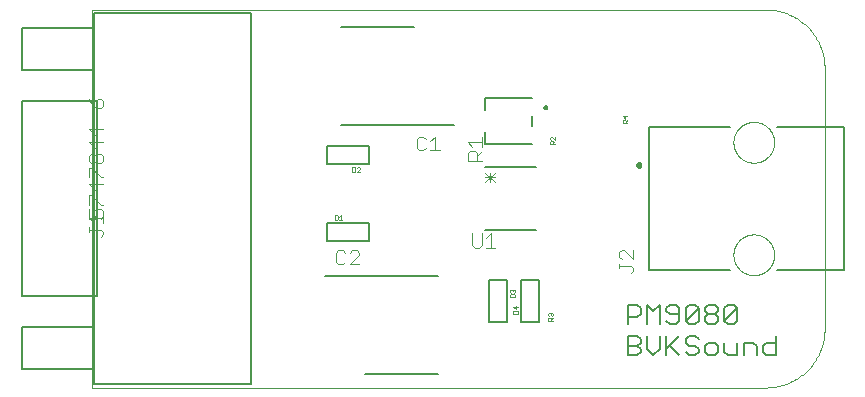
<source format=gto>
G75*
%MOIN*%
%OFA0B0*%
%FSLAX26Y26*%
%IPPOS*%
%LPD*%
%AMOC8*
5,1,8,0,0,1.08239X$1,22.5*
%
%ADD10C,0.000000*%
%ADD11C,0.006000*%
%ADD12C,0.003000*%
%ADD13C,0.005000*%
%ADD14C,0.001000*%
%ADD15C,0.004000*%
%ADD16C,0.007874*%
%ADD17C,0.011811*%
D10*
X00000000Y00000000D02*
X02244094Y00000000D01*
X02248851Y00000057D01*
X02253604Y00000230D01*
X02258353Y00000517D01*
X02263093Y00000919D01*
X02267822Y00001435D01*
X02272537Y00002066D01*
X02277235Y00002810D01*
X02281914Y00003667D01*
X02286571Y00004638D01*
X02291203Y00005720D01*
X02295808Y00006914D01*
X02300382Y00008219D01*
X02304924Y00009635D01*
X02309430Y00011159D01*
X02313898Y00012792D01*
X02318325Y00014533D01*
X02322709Y00016379D01*
X02327047Y00018332D01*
X02331336Y00020388D01*
X02335575Y00022548D01*
X02339760Y00024809D01*
X02343889Y00027171D01*
X02347960Y00029632D01*
X02351970Y00032191D01*
X02355918Y00034846D01*
X02359800Y00037595D01*
X02363614Y00040437D01*
X02367359Y00043371D01*
X02371031Y00046394D01*
X02374630Y00049506D01*
X02378152Y00052703D01*
X02381596Y00055984D01*
X02384960Y00059348D01*
X02388241Y00062792D01*
X02391438Y00066314D01*
X02394550Y00069913D01*
X02397573Y00073585D01*
X02400507Y00077330D01*
X02403349Y00081144D01*
X02406098Y00085026D01*
X02408753Y00088974D01*
X02411312Y00092984D01*
X02413773Y00097055D01*
X02416135Y00101184D01*
X02418396Y00105369D01*
X02420556Y00109608D01*
X02422612Y00113897D01*
X02424565Y00118235D01*
X02426411Y00122619D01*
X02428152Y00127046D01*
X02429785Y00131514D01*
X02431309Y00136020D01*
X02432725Y00140562D01*
X02434030Y00145136D01*
X02435224Y00149741D01*
X02436306Y00154373D01*
X02437277Y00159030D01*
X02438134Y00163709D01*
X02438878Y00168407D01*
X02439509Y00173122D01*
X02440025Y00177851D01*
X02440427Y00182591D01*
X02440714Y00187340D01*
X02440887Y00192093D01*
X02440944Y00196850D01*
X02440945Y00196850D02*
X02440945Y01062992D01*
X02440944Y01062992D02*
X02440887Y01067749D01*
X02440714Y01072502D01*
X02440427Y01077251D01*
X02440025Y01081991D01*
X02439509Y01086720D01*
X02438878Y01091435D01*
X02438134Y01096133D01*
X02437277Y01100812D01*
X02436306Y01105469D01*
X02435224Y01110101D01*
X02434030Y01114706D01*
X02432725Y01119280D01*
X02431309Y01123822D01*
X02429785Y01128328D01*
X02428152Y01132796D01*
X02426411Y01137223D01*
X02424565Y01141607D01*
X02422612Y01145945D01*
X02420556Y01150234D01*
X02418396Y01154473D01*
X02416135Y01158658D01*
X02413773Y01162787D01*
X02411312Y01166858D01*
X02408753Y01170868D01*
X02406098Y01174816D01*
X02403349Y01178698D01*
X02400507Y01182512D01*
X02397573Y01186257D01*
X02394550Y01189929D01*
X02391438Y01193528D01*
X02388241Y01197050D01*
X02384960Y01200494D01*
X02381596Y01203858D01*
X02378152Y01207139D01*
X02374630Y01210336D01*
X02371031Y01213448D01*
X02367359Y01216471D01*
X02363614Y01219405D01*
X02359800Y01222247D01*
X02355918Y01224996D01*
X02351970Y01227651D01*
X02347960Y01230210D01*
X02343889Y01232671D01*
X02339760Y01235033D01*
X02335575Y01237294D01*
X02331336Y01239454D01*
X02327047Y01241510D01*
X02322709Y01243463D01*
X02318325Y01245309D01*
X02313898Y01247050D01*
X02309430Y01248683D01*
X02304924Y01250207D01*
X02300382Y01251623D01*
X02295808Y01252928D01*
X02291203Y01254122D01*
X02286571Y01255204D01*
X02281914Y01256175D01*
X02277235Y01257032D01*
X02272537Y01257776D01*
X02267822Y01258407D01*
X02263093Y01258923D01*
X02258353Y01259325D01*
X02253604Y01259612D01*
X02248851Y01259785D01*
X02244094Y01259842D01*
X02244094Y01259843D02*
X00000000Y01259843D01*
X02136811Y00817421D02*
X02136831Y00819088D01*
X02136893Y00820753D01*
X02136995Y00822417D01*
X02137138Y00824078D01*
X02137322Y00825734D01*
X02137546Y00827386D01*
X02137811Y00829032D01*
X02138116Y00830670D01*
X02138461Y00832301D01*
X02138846Y00833923D01*
X02139271Y00835534D01*
X02139735Y00837135D01*
X02140239Y00838724D01*
X02140781Y00840300D01*
X02141362Y00841863D01*
X02141981Y00843410D01*
X02142637Y00844942D01*
X02143331Y00846458D01*
X02144062Y00847955D01*
X02144830Y00849435D01*
X02145634Y00850895D01*
X02146473Y00852335D01*
X02147347Y00853754D01*
X02148256Y00855151D01*
X02149199Y00856526D01*
X02150176Y00857877D01*
X02151185Y00859203D01*
X02152227Y00860505D01*
X02153300Y00861780D01*
X02154404Y00863029D01*
X02155538Y00864250D01*
X02156702Y00865443D01*
X02157895Y00866607D01*
X02159116Y00867741D01*
X02160365Y00868845D01*
X02161640Y00869918D01*
X02162942Y00870960D01*
X02164268Y00871969D01*
X02165619Y00872946D01*
X02166994Y00873889D01*
X02168391Y00874798D01*
X02169810Y00875672D01*
X02171250Y00876511D01*
X02172710Y00877315D01*
X02174190Y00878083D01*
X02175687Y00878814D01*
X02177203Y00879508D01*
X02178735Y00880164D01*
X02180282Y00880783D01*
X02181845Y00881364D01*
X02183421Y00881906D01*
X02185010Y00882410D01*
X02186611Y00882874D01*
X02188222Y00883299D01*
X02189844Y00883684D01*
X02191475Y00884029D01*
X02193113Y00884334D01*
X02194759Y00884599D01*
X02196411Y00884823D01*
X02198067Y00885007D01*
X02199728Y00885150D01*
X02201392Y00885252D01*
X02203057Y00885314D01*
X02204724Y00885334D01*
X02206391Y00885314D01*
X02208056Y00885252D01*
X02209720Y00885150D01*
X02211381Y00885007D01*
X02213037Y00884823D01*
X02214689Y00884599D01*
X02216335Y00884334D01*
X02217973Y00884029D01*
X02219604Y00883684D01*
X02221226Y00883299D01*
X02222837Y00882874D01*
X02224438Y00882410D01*
X02226027Y00881906D01*
X02227603Y00881364D01*
X02229166Y00880783D01*
X02230713Y00880164D01*
X02232245Y00879508D01*
X02233761Y00878814D01*
X02235258Y00878083D01*
X02236738Y00877315D01*
X02238198Y00876511D01*
X02239638Y00875672D01*
X02241057Y00874798D01*
X02242454Y00873889D01*
X02243829Y00872946D01*
X02245180Y00871969D01*
X02246506Y00870960D01*
X02247808Y00869918D01*
X02249083Y00868845D01*
X02250332Y00867741D01*
X02251553Y00866607D01*
X02252746Y00865443D01*
X02253910Y00864250D01*
X02255044Y00863029D01*
X02256148Y00861780D01*
X02257221Y00860505D01*
X02258263Y00859203D01*
X02259272Y00857877D01*
X02260249Y00856526D01*
X02261192Y00855151D01*
X02262101Y00853754D01*
X02262975Y00852335D01*
X02263814Y00850895D01*
X02264618Y00849435D01*
X02265386Y00847955D01*
X02266117Y00846458D01*
X02266811Y00844942D01*
X02267467Y00843410D01*
X02268086Y00841863D01*
X02268667Y00840300D01*
X02269209Y00838724D01*
X02269713Y00837135D01*
X02270177Y00835534D01*
X02270602Y00833923D01*
X02270987Y00832301D01*
X02271332Y00830670D01*
X02271637Y00829032D01*
X02271902Y00827386D01*
X02272126Y00825734D01*
X02272310Y00824078D01*
X02272453Y00822417D01*
X02272555Y00820753D01*
X02272617Y00819088D01*
X02272637Y00817421D01*
X02272617Y00815754D01*
X02272555Y00814089D01*
X02272453Y00812425D01*
X02272310Y00810764D01*
X02272126Y00809108D01*
X02271902Y00807456D01*
X02271637Y00805810D01*
X02271332Y00804172D01*
X02270987Y00802541D01*
X02270602Y00800919D01*
X02270177Y00799308D01*
X02269713Y00797707D01*
X02269209Y00796118D01*
X02268667Y00794542D01*
X02268086Y00792979D01*
X02267467Y00791432D01*
X02266811Y00789900D01*
X02266117Y00788384D01*
X02265386Y00786887D01*
X02264618Y00785407D01*
X02263814Y00783947D01*
X02262975Y00782507D01*
X02262101Y00781088D01*
X02261192Y00779691D01*
X02260249Y00778316D01*
X02259272Y00776965D01*
X02258263Y00775639D01*
X02257221Y00774337D01*
X02256148Y00773062D01*
X02255044Y00771813D01*
X02253910Y00770592D01*
X02252746Y00769399D01*
X02251553Y00768235D01*
X02250332Y00767101D01*
X02249083Y00765997D01*
X02247808Y00764924D01*
X02246506Y00763882D01*
X02245180Y00762873D01*
X02243829Y00761896D01*
X02242454Y00760953D01*
X02241057Y00760044D01*
X02239638Y00759170D01*
X02238198Y00758331D01*
X02236738Y00757527D01*
X02235258Y00756759D01*
X02233761Y00756028D01*
X02232245Y00755334D01*
X02230713Y00754678D01*
X02229166Y00754059D01*
X02227603Y00753478D01*
X02226027Y00752936D01*
X02224438Y00752432D01*
X02222837Y00751968D01*
X02221226Y00751543D01*
X02219604Y00751158D01*
X02217973Y00750813D01*
X02216335Y00750508D01*
X02214689Y00750243D01*
X02213037Y00750019D01*
X02211381Y00749835D01*
X02209720Y00749692D01*
X02208056Y00749590D01*
X02206391Y00749528D01*
X02204724Y00749508D01*
X02203057Y00749528D01*
X02201392Y00749590D01*
X02199728Y00749692D01*
X02198067Y00749835D01*
X02196411Y00750019D01*
X02194759Y00750243D01*
X02193113Y00750508D01*
X02191475Y00750813D01*
X02189844Y00751158D01*
X02188222Y00751543D01*
X02186611Y00751968D01*
X02185010Y00752432D01*
X02183421Y00752936D01*
X02181845Y00753478D01*
X02180282Y00754059D01*
X02178735Y00754678D01*
X02177203Y00755334D01*
X02175687Y00756028D01*
X02174190Y00756759D01*
X02172710Y00757527D01*
X02171250Y00758331D01*
X02169810Y00759170D01*
X02168391Y00760044D01*
X02166994Y00760953D01*
X02165619Y00761896D01*
X02164268Y00762873D01*
X02162942Y00763882D01*
X02161640Y00764924D01*
X02160365Y00765997D01*
X02159116Y00767101D01*
X02157895Y00768235D01*
X02156702Y00769399D01*
X02155538Y00770592D01*
X02154404Y00771813D01*
X02153300Y00773062D01*
X02152227Y00774337D01*
X02151185Y00775639D01*
X02150176Y00776965D01*
X02149199Y00778316D01*
X02148256Y00779691D01*
X02147347Y00781088D01*
X02146473Y00782507D01*
X02145634Y00783947D01*
X02144830Y00785407D01*
X02144062Y00786887D01*
X02143331Y00788384D01*
X02142637Y00789900D01*
X02141981Y00791432D01*
X02141362Y00792979D01*
X02140781Y00794542D01*
X02140239Y00796118D01*
X02139735Y00797707D01*
X02139271Y00799308D01*
X02138846Y00800919D01*
X02138461Y00802541D01*
X02138116Y00804172D01*
X02137811Y00805810D01*
X02137546Y00807456D01*
X02137322Y00809108D01*
X02137138Y00810764D01*
X02136995Y00812425D01*
X02136893Y00814089D01*
X02136831Y00815754D01*
X02136811Y00817421D01*
X02136831Y00819088D01*
X02136893Y00820753D01*
X02136995Y00822417D01*
X02137138Y00824078D01*
X02137322Y00825734D01*
X02137546Y00827386D01*
X02137811Y00829032D01*
X02138116Y00830670D01*
X02138461Y00832301D01*
X02138846Y00833923D01*
X02139271Y00835534D01*
X02139735Y00837135D01*
X02140239Y00838724D01*
X02140781Y00840300D01*
X02141362Y00841863D01*
X02141981Y00843410D01*
X02142637Y00844942D01*
X02143331Y00846458D01*
X02144062Y00847955D01*
X02144830Y00849435D01*
X02145634Y00850895D01*
X02146473Y00852335D01*
X02147347Y00853754D01*
X02148256Y00855151D01*
X02149199Y00856526D01*
X02150176Y00857877D01*
X02151185Y00859203D01*
X02152227Y00860505D01*
X02153300Y00861780D01*
X02154404Y00863029D01*
X02155538Y00864250D01*
X02156702Y00865443D01*
X02157895Y00866607D01*
X02159116Y00867741D01*
X02160365Y00868845D01*
X02161640Y00869918D01*
X02162942Y00870960D01*
X02164268Y00871969D01*
X02165619Y00872946D01*
X02166994Y00873889D01*
X02168391Y00874798D01*
X02169810Y00875672D01*
X02171250Y00876511D01*
X02172710Y00877315D01*
X02174190Y00878083D01*
X02175687Y00878814D01*
X02177203Y00879508D01*
X02178735Y00880164D01*
X02180282Y00880783D01*
X02181845Y00881364D01*
X02183421Y00881906D01*
X02185010Y00882410D01*
X02186611Y00882874D01*
X02188222Y00883299D01*
X02189844Y00883684D01*
X02191475Y00884029D01*
X02193113Y00884334D01*
X02194759Y00884599D01*
X02196411Y00884823D01*
X02198067Y00885007D01*
X02199728Y00885150D01*
X02201392Y00885252D01*
X02203057Y00885314D01*
X02204724Y00885334D01*
X02206391Y00885314D01*
X02208056Y00885252D01*
X02209720Y00885150D01*
X02211381Y00885007D01*
X02213037Y00884823D01*
X02214689Y00884599D01*
X02216335Y00884334D01*
X02217973Y00884029D01*
X02219604Y00883684D01*
X02221226Y00883299D01*
X02222837Y00882874D01*
X02224438Y00882410D01*
X02226027Y00881906D01*
X02227603Y00881364D01*
X02229166Y00880783D01*
X02230713Y00880164D01*
X02232245Y00879508D01*
X02233761Y00878814D01*
X02235258Y00878083D01*
X02236738Y00877315D01*
X02238198Y00876511D01*
X02239638Y00875672D01*
X02241057Y00874798D01*
X02242454Y00873889D01*
X02243829Y00872946D01*
X02245180Y00871969D01*
X02246506Y00870960D01*
X02247808Y00869918D01*
X02249083Y00868845D01*
X02250332Y00867741D01*
X02251553Y00866607D01*
X02252746Y00865443D01*
X02253910Y00864250D01*
X02255044Y00863029D01*
X02256148Y00861780D01*
X02257221Y00860505D01*
X02258263Y00859203D01*
X02259272Y00857877D01*
X02260249Y00856526D01*
X02261192Y00855151D01*
X02262101Y00853754D01*
X02262975Y00852335D01*
X02263814Y00850895D01*
X02264618Y00849435D01*
X02265386Y00847955D01*
X02266117Y00846458D01*
X02266811Y00844942D01*
X02267467Y00843410D01*
X02268086Y00841863D01*
X02268667Y00840300D01*
X02269209Y00838724D01*
X02269713Y00837135D01*
X02270177Y00835534D01*
X02270602Y00833923D01*
X02270987Y00832301D01*
X02271332Y00830670D01*
X02271637Y00829032D01*
X02271902Y00827386D01*
X02272126Y00825734D01*
X02272310Y00824078D01*
X02272453Y00822417D01*
X02272555Y00820753D01*
X02272617Y00819088D01*
X02272637Y00817421D01*
X02272617Y00815754D01*
X02272555Y00814089D01*
X02272453Y00812425D01*
X02272310Y00810764D01*
X02272126Y00809108D01*
X02271902Y00807456D01*
X02271637Y00805810D01*
X02271332Y00804172D01*
X02270987Y00802541D01*
X02270602Y00800919D01*
X02270177Y00799308D01*
X02269713Y00797707D01*
X02269209Y00796118D01*
X02268667Y00794542D01*
X02268086Y00792979D01*
X02267467Y00791432D01*
X02266811Y00789900D01*
X02266117Y00788384D01*
X02265386Y00786887D01*
X02264618Y00785407D01*
X02263814Y00783947D01*
X02262975Y00782507D01*
X02262101Y00781088D01*
X02261192Y00779691D01*
X02260249Y00778316D01*
X02259272Y00776965D01*
X02258263Y00775639D01*
X02257221Y00774337D01*
X02256148Y00773062D01*
X02255044Y00771813D01*
X02253910Y00770592D01*
X02252746Y00769399D01*
X02251553Y00768235D01*
X02250332Y00767101D01*
X02249083Y00765997D01*
X02247808Y00764924D01*
X02246506Y00763882D01*
X02245180Y00762873D01*
X02243829Y00761896D01*
X02242454Y00760953D01*
X02241057Y00760044D01*
X02239638Y00759170D01*
X02238198Y00758331D01*
X02236738Y00757527D01*
X02235258Y00756759D01*
X02233761Y00756028D01*
X02232245Y00755334D01*
X02230713Y00754678D01*
X02229166Y00754059D01*
X02227603Y00753478D01*
X02226027Y00752936D01*
X02224438Y00752432D01*
X02222837Y00751968D01*
X02221226Y00751543D01*
X02219604Y00751158D01*
X02217973Y00750813D01*
X02216335Y00750508D01*
X02214689Y00750243D01*
X02213037Y00750019D01*
X02211381Y00749835D01*
X02209720Y00749692D01*
X02208056Y00749590D01*
X02206391Y00749528D01*
X02204724Y00749508D01*
X02203057Y00749528D01*
X02201392Y00749590D01*
X02199728Y00749692D01*
X02198067Y00749835D01*
X02196411Y00750019D01*
X02194759Y00750243D01*
X02193113Y00750508D01*
X02191475Y00750813D01*
X02189844Y00751158D01*
X02188222Y00751543D01*
X02186611Y00751968D01*
X02185010Y00752432D01*
X02183421Y00752936D01*
X02181845Y00753478D01*
X02180282Y00754059D01*
X02178735Y00754678D01*
X02177203Y00755334D01*
X02175687Y00756028D01*
X02174190Y00756759D01*
X02172710Y00757527D01*
X02171250Y00758331D01*
X02169810Y00759170D01*
X02168391Y00760044D01*
X02166994Y00760953D01*
X02165619Y00761896D01*
X02164268Y00762873D01*
X02162942Y00763882D01*
X02161640Y00764924D01*
X02160365Y00765997D01*
X02159116Y00767101D01*
X02157895Y00768235D01*
X02156702Y00769399D01*
X02155538Y00770592D01*
X02154404Y00771813D01*
X02153300Y00773062D01*
X02152227Y00774337D01*
X02151185Y00775639D01*
X02150176Y00776965D01*
X02149199Y00778316D01*
X02148256Y00779691D01*
X02147347Y00781088D01*
X02146473Y00782507D01*
X02145634Y00783947D01*
X02144830Y00785407D01*
X02144062Y00786887D01*
X02143331Y00788384D01*
X02142637Y00789900D01*
X02141981Y00791432D01*
X02141362Y00792979D01*
X02140781Y00794542D01*
X02140239Y00796118D01*
X02139735Y00797707D01*
X02139271Y00799308D01*
X02138846Y00800919D01*
X02138461Y00802541D01*
X02138116Y00804172D01*
X02137811Y00805810D01*
X02137546Y00807456D01*
X02137322Y00809108D01*
X02137138Y00810764D01*
X02136995Y00812425D01*
X02136893Y00814089D01*
X02136831Y00815754D01*
X02136811Y00817421D01*
X00000001Y01259842D02*
X00000001Y00000000D01*
X02136811Y00442421D02*
X02136831Y00444088D01*
X02136893Y00445753D01*
X02136995Y00447417D01*
X02137138Y00449078D01*
X02137322Y00450734D01*
X02137546Y00452386D01*
X02137811Y00454032D01*
X02138116Y00455670D01*
X02138461Y00457301D01*
X02138846Y00458923D01*
X02139271Y00460534D01*
X02139735Y00462135D01*
X02140239Y00463724D01*
X02140781Y00465300D01*
X02141362Y00466863D01*
X02141981Y00468410D01*
X02142637Y00469942D01*
X02143331Y00471458D01*
X02144062Y00472955D01*
X02144830Y00474435D01*
X02145634Y00475895D01*
X02146473Y00477335D01*
X02147347Y00478754D01*
X02148256Y00480151D01*
X02149199Y00481526D01*
X02150176Y00482877D01*
X02151185Y00484203D01*
X02152227Y00485505D01*
X02153300Y00486780D01*
X02154404Y00488029D01*
X02155538Y00489250D01*
X02156702Y00490443D01*
X02157895Y00491607D01*
X02159116Y00492741D01*
X02160365Y00493845D01*
X02161640Y00494918D01*
X02162942Y00495960D01*
X02164268Y00496969D01*
X02165619Y00497946D01*
X02166994Y00498889D01*
X02168391Y00499798D01*
X02169810Y00500672D01*
X02171250Y00501511D01*
X02172710Y00502315D01*
X02174190Y00503083D01*
X02175687Y00503814D01*
X02177203Y00504508D01*
X02178735Y00505164D01*
X02180282Y00505783D01*
X02181845Y00506364D01*
X02183421Y00506906D01*
X02185010Y00507410D01*
X02186611Y00507874D01*
X02188222Y00508299D01*
X02189844Y00508684D01*
X02191475Y00509029D01*
X02193113Y00509334D01*
X02194759Y00509599D01*
X02196411Y00509823D01*
X02198067Y00510007D01*
X02199728Y00510150D01*
X02201392Y00510252D01*
X02203057Y00510314D01*
X02204724Y00510334D01*
X02206391Y00510314D01*
X02208056Y00510252D01*
X02209720Y00510150D01*
X02211381Y00510007D01*
X02213037Y00509823D01*
X02214689Y00509599D01*
X02216335Y00509334D01*
X02217973Y00509029D01*
X02219604Y00508684D01*
X02221226Y00508299D01*
X02222837Y00507874D01*
X02224438Y00507410D01*
X02226027Y00506906D01*
X02227603Y00506364D01*
X02229166Y00505783D01*
X02230713Y00505164D01*
X02232245Y00504508D01*
X02233761Y00503814D01*
X02235258Y00503083D01*
X02236738Y00502315D01*
X02238198Y00501511D01*
X02239638Y00500672D01*
X02241057Y00499798D01*
X02242454Y00498889D01*
X02243829Y00497946D01*
X02245180Y00496969D01*
X02246506Y00495960D01*
X02247808Y00494918D01*
X02249083Y00493845D01*
X02250332Y00492741D01*
X02251553Y00491607D01*
X02252746Y00490443D01*
X02253910Y00489250D01*
X02255044Y00488029D01*
X02256148Y00486780D01*
X02257221Y00485505D01*
X02258263Y00484203D01*
X02259272Y00482877D01*
X02260249Y00481526D01*
X02261192Y00480151D01*
X02262101Y00478754D01*
X02262975Y00477335D01*
X02263814Y00475895D01*
X02264618Y00474435D01*
X02265386Y00472955D01*
X02266117Y00471458D01*
X02266811Y00469942D01*
X02267467Y00468410D01*
X02268086Y00466863D01*
X02268667Y00465300D01*
X02269209Y00463724D01*
X02269713Y00462135D01*
X02270177Y00460534D01*
X02270602Y00458923D01*
X02270987Y00457301D01*
X02271332Y00455670D01*
X02271637Y00454032D01*
X02271902Y00452386D01*
X02272126Y00450734D01*
X02272310Y00449078D01*
X02272453Y00447417D01*
X02272555Y00445753D01*
X02272617Y00444088D01*
X02272637Y00442421D01*
X02272617Y00440754D01*
X02272555Y00439089D01*
X02272453Y00437425D01*
X02272310Y00435764D01*
X02272126Y00434108D01*
X02271902Y00432456D01*
X02271637Y00430810D01*
X02271332Y00429172D01*
X02270987Y00427541D01*
X02270602Y00425919D01*
X02270177Y00424308D01*
X02269713Y00422707D01*
X02269209Y00421118D01*
X02268667Y00419542D01*
X02268086Y00417979D01*
X02267467Y00416432D01*
X02266811Y00414900D01*
X02266117Y00413384D01*
X02265386Y00411887D01*
X02264618Y00410407D01*
X02263814Y00408947D01*
X02262975Y00407507D01*
X02262101Y00406088D01*
X02261192Y00404691D01*
X02260249Y00403316D01*
X02259272Y00401965D01*
X02258263Y00400639D01*
X02257221Y00399337D01*
X02256148Y00398062D01*
X02255044Y00396813D01*
X02253910Y00395592D01*
X02252746Y00394399D01*
X02251553Y00393235D01*
X02250332Y00392101D01*
X02249083Y00390997D01*
X02247808Y00389924D01*
X02246506Y00388882D01*
X02245180Y00387873D01*
X02243829Y00386896D01*
X02242454Y00385953D01*
X02241057Y00385044D01*
X02239638Y00384170D01*
X02238198Y00383331D01*
X02236738Y00382527D01*
X02235258Y00381759D01*
X02233761Y00381028D01*
X02232245Y00380334D01*
X02230713Y00379678D01*
X02229166Y00379059D01*
X02227603Y00378478D01*
X02226027Y00377936D01*
X02224438Y00377432D01*
X02222837Y00376968D01*
X02221226Y00376543D01*
X02219604Y00376158D01*
X02217973Y00375813D01*
X02216335Y00375508D01*
X02214689Y00375243D01*
X02213037Y00375019D01*
X02211381Y00374835D01*
X02209720Y00374692D01*
X02208056Y00374590D01*
X02206391Y00374528D01*
X02204724Y00374508D01*
X02203057Y00374528D01*
X02201392Y00374590D01*
X02199728Y00374692D01*
X02198067Y00374835D01*
X02196411Y00375019D01*
X02194759Y00375243D01*
X02193113Y00375508D01*
X02191475Y00375813D01*
X02189844Y00376158D01*
X02188222Y00376543D01*
X02186611Y00376968D01*
X02185010Y00377432D01*
X02183421Y00377936D01*
X02181845Y00378478D01*
X02180282Y00379059D01*
X02178735Y00379678D01*
X02177203Y00380334D01*
X02175687Y00381028D01*
X02174190Y00381759D01*
X02172710Y00382527D01*
X02171250Y00383331D01*
X02169810Y00384170D01*
X02168391Y00385044D01*
X02166994Y00385953D01*
X02165619Y00386896D01*
X02164268Y00387873D01*
X02162942Y00388882D01*
X02161640Y00389924D01*
X02160365Y00390997D01*
X02159116Y00392101D01*
X02157895Y00393235D01*
X02156702Y00394399D01*
X02155538Y00395592D01*
X02154404Y00396813D01*
X02153300Y00398062D01*
X02152227Y00399337D01*
X02151185Y00400639D01*
X02150176Y00401965D01*
X02149199Y00403316D01*
X02148256Y00404691D01*
X02147347Y00406088D01*
X02146473Y00407507D01*
X02145634Y00408947D01*
X02144830Y00410407D01*
X02144062Y00411887D01*
X02143331Y00413384D01*
X02142637Y00414900D01*
X02141981Y00416432D01*
X02141362Y00417979D01*
X02140781Y00419542D01*
X02140239Y00421118D01*
X02139735Y00422707D01*
X02139271Y00424308D01*
X02138846Y00425919D01*
X02138461Y00427541D01*
X02138116Y00429172D01*
X02137811Y00430810D01*
X02137546Y00432456D01*
X02137322Y00434108D01*
X02137138Y00435764D01*
X02136995Y00437425D01*
X02136893Y00439089D01*
X02136831Y00440754D01*
X02136811Y00442421D01*
X02136831Y00444088D01*
X02136893Y00445753D01*
X02136995Y00447417D01*
X02137138Y00449078D01*
X02137322Y00450734D01*
X02137546Y00452386D01*
X02137811Y00454032D01*
X02138116Y00455670D01*
X02138461Y00457301D01*
X02138846Y00458923D01*
X02139271Y00460534D01*
X02139735Y00462135D01*
X02140239Y00463724D01*
X02140781Y00465300D01*
X02141362Y00466863D01*
X02141981Y00468410D01*
X02142637Y00469942D01*
X02143331Y00471458D01*
X02144062Y00472955D01*
X02144830Y00474435D01*
X02145634Y00475895D01*
X02146473Y00477335D01*
X02147347Y00478754D01*
X02148256Y00480151D01*
X02149199Y00481526D01*
X02150176Y00482877D01*
X02151185Y00484203D01*
X02152227Y00485505D01*
X02153300Y00486780D01*
X02154404Y00488029D01*
X02155538Y00489250D01*
X02156702Y00490443D01*
X02157895Y00491607D01*
X02159116Y00492741D01*
X02160365Y00493845D01*
X02161640Y00494918D01*
X02162942Y00495960D01*
X02164268Y00496969D01*
X02165619Y00497946D01*
X02166994Y00498889D01*
X02168391Y00499798D01*
X02169810Y00500672D01*
X02171250Y00501511D01*
X02172710Y00502315D01*
X02174190Y00503083D01*
X02175687Y00503814D01*
X02177203Y00504508D01*
X02178735Y00505164D01*
X02180282Y00505783D01*
X02181845Y00506364D01*
X02183421Y00506906D01*
X02185010Y00507410D01*
X02186611Y00507874D01*
X02188222Y00508299D01*
X02189844Y00508684D01*
X02191475Y00509029D01*
X02193113Y00509334D01*
X02194759Y00509599D01*
X02196411Y00509823D01*
X02198067Y00510007D01*
X02199728Y00510150D01*
X02201392Y00510252D01*
X02203057Y00510314D01*
X02204724Y00510334D01*
X02206391Y00510314D01*
X02208056Y00510252D01*
X02209720Y00510150D01*
X02211381Y00510007D01*
X02213037Y00509823D01*
X02214689Y00509599D01*
X02216335Y00509334D01*
X02217973Y00509029D01*
X02219604Y00508684D01*
X02221226Y00508299D01*
X02222837Y00507874D01*
X02224438Y00507410D01*
X02226027Y00506906D01*
X02227603Y00506364D01*
X02229166Y00505783D01*
X02230713Y00505164D01*
X02232245Y00504508D01*
X02233761Y00503814D01*
X02235258Y00503083D01*
X02236738Y00502315D01*
X02238198Y00501511D01*
X02239638Y00500672D01*
X02241057Y00499798D01*
X02242454Y00498889D01*
X02243829Y00497946D01*
X02245180Y00496969D01*
X02246506Y00495960D01*
X02247808Y00494918D01*
X02249083Y00493845D01*
X02250332Y00492741D01*
X02251553Y00491607D01*
X02252746Y00490443D01*
X02253910Y00489250D01*
X02255044Y00488029D01*
X02256148Y00486780D01*
X02257221Y00485505D01*
X02258263Y00484203D01*
X02259272Y00482877D01*
X02260249Y00481526D01*
X02261192Y00480151D01*
X02262101Y00478754D01*
X02262975Y00477335D01*
X02263814Y00475895D01*
X02264618Y00474435D01*
X02265386Y00472955D01*
X02266117Y00471458D01*
X02266811Y00469942D01*
X02267467Y00468410D01*
X02268086Y00466863D01*
X02268667Y00465300D01*
X02269209Y00463724D01*
X02269713Y00462135D01*
X02270177Y00460534D01*
X02270602Y00458923D01*
X02270987Y00457301D01*
X02271332Y00455670D01*
X02271637Y00454032D01*
X02271902Y00452386D01*
X02272126Y00450734D01*
X02272310Y00449078D01*
X02272453Y00447417D01*
X02272555Y00445753D01*
X02272617Y00444088D01*
X02272637Y00442421D01*
X02272617Y00440754D01*
X02272555Y00439089D01*
X02272453Y00437425D01*
X02272310Y00435764D01*
X02272126Y00434108D01*
X02271902Y00432456D01*
X02271637Y00430810D01*
X02271332Y00429172D01*
X02270987Y00427541D01*
X02270602Y00425919D01*
X02270177Y00424308D01*
X02269713Y00422707D01*
X02269209Y00421118D01*
X02268667Y00419542D01*
X02268086Y00417979D01*
X02267467Y00416432D01*
X02266811Y00414900D01*
X02266117Y00413384D01*
X02265386Y00411887D01*
X02264618Y00410407D01*
X02263814Y00408947D01*
X02262975Y00407507D01*
X02262101Y00406088D01*
X02261192Y00404691D01*
X02260249Y00403316D01*
X02259272Y00401965D01*
X02258263Y00400639D01*
X02257221Y00399337D01*
X02256148Y00398062D01*
X02255044Y00396813D01*
X02253910Y00395592D01*
X02252746Y00394399D01*
X02251553Y00393235D01*
X02250332Y00392101D01*
X02249083Y00390997D01*
X02247808Y00389924D01*
X02246506Y00388882D01*
X02245180Y00387873D01*
X02243829Y00386896D01*
X02242454Y00385953D01*
X02241057Y00385044D01*
X02239638Y00384170D01*
X02238198Y00383331D01*
X02236738Y00382527D01*
X02235258Y00381759D01*
X02233761Y00381028D01*
X02232245Y00380334D01*
X02230713Y00379678D01*
X02229166Y00379059D01*
X02227603Y00378478D01*
X02226027Y00377936D01*
X02224438Y00377432D01*
X02222837Y00376968D01*
X02221226Y00376543D01*
X02219604Y00376158D01*
X02217973Y00375813D01*
X02216335Y00375508D01*
X02214689Y00375243D01*
X02213037Y00375019D01*
X02211381Y00374835D01*
X02209720Y00374692D01*
X02208056Y00374590D01*
X02206391Y00374528D01*
X02204724Y00374508D01*
X02203057Y00374528D01*
X02201392Y00374590D01*
X02199728Y00374692D01*
X02198067Y00374835D01*
X02196411Y00375019D01*
X02194759Y00375243D01*
X02193113Y00375508D01*
X02191475Y00375813D01*
X02189844Y00376158D01*
X02188222Y00376543D01*
X02186611Y00376968D01*
X02185010Y00377432D01*
X02183421Y00377936D01*
X02181845Y00378478D01*
X02180282Y00379059D01*
X02178735Y00379678D01*
X02177203Y00380334D01*
X02175687Y00381028D01*
X02174190Y00381759D01*
X02172710Y00382527D01*
X02171250Y00383331D01*
X02169810Y00384170D01*
X02168391Y00385044D01*
X02166994Y00385953D01*
X02165619Y00386896D01*
X02164268Y00387873D01*
X02162942Y00388882D01*
X02161640Y00389924D01*
X02160365Y00390997D01*
X02159116Y00392101D01*
X02157895Y00393235D01*
X02156702Y00394399D01*
X02155538Y00395592D01*
X02154404Y00396813D01*
X02153300Y00398062D01*
X02152227Y00399337D01*
X02151185Y00400639D01*
X02150176Y00401965D01*
X02149199Y00403316D01*
X02148256Y00404691D01*
X02147347Y00406088D01*
X02146473Y00407507D01*
X02145634Y00408947D01*
X02144830Y00410407D01*
X02144062Y00411887D01*
X02143331Y00413384D01*
X02142637Y00414900D01*
X02141981Y00416432D01*
X02141362Y00417979D01*
X02140781Y00419542D01*
X02140239Y00421118D01*
X02139735Y00422707D01*
X02139271Y00424308D01*
X02138846Y00425919D01*
X02138461Y00427541D01*
X02138116Y00429172D01*
X02137811Y00430810D01*
X02137546Y00432456D01*
X02137322Y00434108D01*
X02137138Y00435764D01*
X02136995Y00437425D01*
X02136893Y00439089D01*
X02136831Y00440754D01*
X02136811Y00442421D01*
D11*
X02138798Y00276385D02*
X02149474Y00265710D01*
X02106771Y00223006D01*
X02117447Y00212331D01*
X02138798Y00212331D01*
X02149474Y00223006D01*
X02149474Y00265710D01*
X02138798Y00276385D02*
X02117447Y00276385D01*
X02106771Y00265710D01*
X02106771Y00223006D01*
X02085019Y00223006D02*
X02074343Y00212331D01*
X02052992Y00212331D01*
X02042316Y00223006D01*
X02042316Y00233682D01*
X02052992Y00244358D01*
X02074343Y00244358D01*
X02085019Y00233682D01*
X02085019Y00223006D01*
X02074343Y00244358D02*
X02085019Y00255034D01*
X02085019Y00265710D01*
X02074343Y00276385D01*
X02052992Y00276385D01*
X02042316Y00265710D01*
X02042316Y00255034D01*
X02052992Y00244358D01*
X02020564Y00265710D02*
X01977861Y00223006D01*
X01988537Y00212331D01*
X02009888Y00212331D01*
X02020564Y00223006D01*
X02020564Y00265710D01*
X02009888Y00276385D01*
X01988537Y00276385D01*
X01977861Y00265710D01*
X01977861Y00223006D01*
X01956109Y00223006D02*
X01945433Y00212331D01*
X01924082Y00212331D01*
X01913406Y00223006D01*
X01891654Y00212331D02*
X01891654Y00276385D01*
X01870303Y00255034D01*
X01848951Y00276385D01*
X01848951Y00212331D01*
X01827199Y00244358D02*
X01816523Y00233682D01*
X01784496Y00233682D01*
X01827199Y00244358D02*
X01827199Y00265710D01*
X01816523Y00276385D01*
X01784496Y00276385D01*
X01784496Y00212331D01*
X01784496Y00171385D02*
X01816523Y00171385D01*
X01827199Y00160710D01*
X01827199Y00150034D01*
X01816523Y00139358D01*
X01784496Y00139358D01*
X01816523Y00139358D02*
X01827199Y00128682D01*
X01827199Y00118006D01*
X01816523Y00107331D01*
X01784496Y00107331D01*
X01784496Y00171385D01*
X01848951Y00171385D02*
X01848951Y00128682D01*
X01870303Y00107331D01*
X01891654Y00128682D01*
X01891654Y00171385D01*
X01913406Y00171385D02*
X01913406Y00107331D01*
X01913406Y00128682D02*
X01956109Y00171385D01*
X01977861Y00160710D02*
X01977861Y00150034D01*
X01988537Y00139358D01*
X02009888Y00139358D01*
X02020564Y00128682D01*
X02020564Y00118006D01*
X02009888Y00107331D01*
X01988537Y00107331D01*
X01977861Y00118006D01*
X01956109Y00107331D02*
X01924082Y00139358D01*
X01977861Y00160710D02*
X01988537Y00171385D01*
X02009888Y00171385D01*
X02020564Y00160710D01*
X02042316Y00139358D02*
X02052992Y00150034D01*
X02074343Y00150034D01*
X02085019Y00139358D01*
X02085019Y00118006D01*
X02074343Y00107331D01*
X02052992Y00107331D01*
X02042316Y00118006D01*
X02042316Y00139358D01*
X02106771Y00150034D02*
X02106771Y00118006D01*
X02117447Y00107331D01*
X02149474Y00107331D01*
X02149474Y00150034D01*
X02171226Y00150034D02*
X02203253Y00150034D01*
X02213929Y00139358D01*
X02213929Y00107331D01*
X02235681Y00118006D02*
X02235681Y00139358D01*
X02246357Y00150034D01*
X02278384Y00150034D01*
X02278384Y00171385D02*
X02278384Y00107331D01*
X02246357Y00107331D01*
X02235681Y00118006D01*
X02171226Y00107331D02*
X02171226Y00150034D01*
X01956109Y00223006D02*
X01956109Y00265710D01*
X01945433Y00276385D01*
X01924082Y00276385D01*
X01913406Y00265710D01*
X01913406Y00255034D01*
X01924082Y00244358D01*
X01956109Y00244358D01*
X01477701Y00525921D02*
X01309701Y00525921D01*
X01309701Y00733921D02*
X01477701Y00733921D01*
X01466189Y00812189D02*
X01310189Y00812189D01*
X01310189Y00851189D01*
X01466189Y00871189D02*
X01466189Y00905189D01*
X01511189Y00928189D02*
X01511049Y00928191D01*
X01510909Y00928197D01*
X01510769Y00928207D01*
X01510629Y00928220D01*
X01510490Y00928238D01*
X01510351Y00928260D01*
X01510214Y00928285D01*
X01510076Y00928314D01*
X01509940Y00928347D01*
X01509805Y00928384D01*
X01509671Y00928425D01*
X01509538Y00928470D01*
X01509406Y00928518D01*
X01509276Y00928570D01*
X01509147Y00928625D01*
X01509020Y00928684D01*
X01508894Y00928747D01*
X01508770Y00928813D01*
X01508649Y00928882D01*
X01508529Y00928955D01*
X01508411Y00929032D01*
X01508296Y00929111D01*
X01508182Y00929194D01*
X01508072Y00929280D01*
X01507963Y00929369D01*
X01507857Y00929461D01*
X01507754Y00929556D01*
X01507653Y00929653D01*
X01507556Y00929754D01*
X01507461Y00929857D01*
X01507369Y00929963D01*
X01507280Y00930072D01*
X01507194Y00930182D01*
X01507111Y00930296D01*
X01507032Y00930411D01*
X01506955Y00930529D01*
X01506882Y00930649D01*
X01506813Y00930770D01*
X01506747Y00930894D01*
X01506684Y00931020D01*
X01506625Y00931147D01*
X01506570Y00931276D01*
X01506518Y00931406D01*
X01506470Y00931538D01*
X01506425Y00931671D01*
X01506384Y00931805D01*
X01506347Y00931940D01*
X01506314Y00932076D01*
X01506285Y00932214D01*
X01506260Y00932351D01*
X01506238Y00932490D01*
X01506220Y00932629D01*
X01506207Y00932769D01*
X01506197Y00932909D01*
X01506191Y00933049D01*
X01506189Y00933189D01*
X01506191Y00933329D01*
X01506197Y00933469D01*
X01506207Y00933609D01*
X01506220Y00933749D01*
X01506238Y00933888D01*
X01506260Y00934027D01*
X01506285Y00934164D01*
X01506314Y00934302D01*
X01506347Y00934438D01*
X01506384Y00934573D01*
X01506425Y00934707D01*
X01506470Y00934840D01*
X01506518Y00934972D01*
X01506570Y00935102D01*
X01506625Y00935231D01*
X01506684Y00935358D01*
X01506747Y00935484D01*
X01506813Y00935608D01*
X01506882Y00935729D01*
X01506955Y00935849D01*
X01507032Y00935967D01*
X01507111Y00936082D01*
X01507194Y00936196D01*
X01507280Y00936306D01*
X01507369Y00936415D01*
X01507461Y00936521D01*
X01507556Y00936624D01*
X01507653Y00936725D01*
X01507754Y00936822D01*
X01507857Y00936917D01*
X01507963Y00937009D01*
X01508072Y00937098D01*
X01508182Y00937184D01*
X01508296Y00937267D01*
X01508411Y00937346D01*
X01508529Y00937423D01*
X01508649Y00937496D01*
X01508770Y00937565D01*
X01508894Y00937631D01*
X01509020Y00937694D01*
X01509147Y00937753D01*
X01509276Y00937808D01*
X01509406Y00937860D01*
X01509538Y00937908D01*
X01509671Y00937953D01*
X01509805Y00937994D01*
X01509940Y00938031D01*
X01510076Y00938064D01*
X01510214Y00938093D01*
X01510351Y00938118D01*
X01510490Y00938140D01*
X01510629Y00938158D01*
X01510769Y00938171D01*
X01510909Y00938181D01*
X01511049Y00938187D01*
X01511189Y00938189D01*
X01511329Y00938187D01*
X01511469Y00938181D01*
X01511609Y00938171D01*
X01511749Y00938158D01*
X01511888Y00938140D01*
X01512027Y00938118D01*
X01512164Y00938093D01*
X01512302Y00938064D01*
X01512438Y00938031D01*
X01512573Y00937994D01*
X01512707Y00937953D01*
X01512840Y00937908D01*
X01512972Y00937860D01*
X01513102Y00937808D01*
X01513231Y00937753D01*
X01513358Y00937694D01*
X01513484Y00937631D01*
X01513608Y00937565D01*
X01513729Y00937496D01*
X01513849Y00937423D01*
X01513967Y00937346D01*
X01514082Y00937267D01*
X01514196Y00937184D01*
X01514306Y00937098D01*
X01514415Y00937009D01*
X01514521Y00936917D01*
X01514624Y00936822D01*
X01514725Y00936725D01*
X01514822Y00936624D01*
X01514917Y00936521D01*
X01515009Y00936415D01*
X01515098Y00936306D01*
X01515184Y00936196D01*
X01515267Y00936082D01*
X01515346Y00935967D01*
X01515423Y00935849D01*
X01515496Y00935729D01*
X01515565Y00935608D01*
X01515631Y00935484D01*
X01515694Y00935358D01*
X01515753Y00935231D01*
X01515808Y00935102D01*
X01515860Y00934972D01*
X01515908Y00934840D01*
X01515953Y00934707D01*
X01515994Y00934573D01*
X01516031Y00934438D01*
X01516064Y00934302D01*
X01516093Y00934164D01*
X01516118Y00934027D01*
X01516140Y00933888D01*
X01516158Y00933749D01*
X01516171Y00933609D01*
X01516181Y00933469D01*
X01516187Y00933329D01*
X01516189Y00933189D01*
X01516187Y00933049D01*
X01516181Y00932909D01*
X01516171Y00932769D01*
X01516158Y00932629D01*
X01516140Y00932490D01*
X01516118Y00932351D01*
X01516093Y00932214D01*
X01516064Y00932076D01*
X01516031Y00931940D01*
X01515994Y00931805D01*
X01515953Y00931671D01*
X01515908Y00931538D01*
X01515860Y00931406D01*
X01515808Y00931276D01*
X01515753Y00931147D01*
X01515694Y00931020D01*
X01515631Y00930894D01*
X01515565Y00930770D01*
X01515496Y00930649D01*
X01515423Y00930529D01*
X01515346Y00930411D01*
X01515267Y00930296D01*
X01515184Y00930182D01*
X01515098Y00930072D01*
X01515009Y00929963D01*
X01514917Y00929857D01*
X01514822Y00929754D01*
X01514725Y00929653D01*
X01514624Y00929556D01*
X01514521Y00929461D01*
X01514415Y00929369D01*
X01514306Y00929280D01*
X01514196Y00929194D01*
X01514082Y00929111D01*
X01513967Y00929032D01*
X01513849Y00928955D01*
X01513729Y00928882D01*
X01513608Y00928813D01*
X01513484Y00928747D01*
X01513358Y00928684D01*
X01513231Y00928625D01*
X01513102Y00928570D01*
X01512972Y00928518D01*
X01512840Y00928470D01*
X01512707Y00928425D01*
X01512573Y00928384D01*
X01512438Y00928347D01*
X01512302Y00928314D01*
X01512164Y00928285D01*
X01512027Y00928260D01*
X01511888Y00928238D01*
X01511749Y00928220D01*
X01511609Y00928207D01*
X01511469Y00928197D01*
X01511329Y00928191D01*
X01511189Y00928189D01*
X01466189Y00964189D02*
X01310189Y00964189D01*
X01310189Y00925189D01*
X00528811Y01248921D02*
X00006811Y01248921D01*
X00006811Y00010921D01*
X00528811Y00010921D01*
X00528811Y01248921D01*
X00006811Y01196921D02*
X-00236189Y01196921D01*
X-00236189Y01056921D01*
X00006811Y01056921D01*
X00016811Y00955921D02*
X-00236189Y00955921D01*
X-00236189Y00303921D01*
X00016811Y00303921D01*
X00016811Y00955921D01*
X00006811Y00202921D02*
X-00236189Y00202921D01*
X-00236189Y00062921D01*
X00006811Y00062921D01*
D12*
X00027471Y00502421D02*
X00035311Y00510261D01*
X00035311Y00518101D01*
X00027471Y00525941D01*
X-00011729Y00525941D01*
X-00011729Y00518101D02*
X-00011729Y00533781D01*
X00003951Y00548461D02*
X-00011729Y00564141D01*
X00035311Y00564141D01*
X00035311Y00571261D02*
X00027471Y00563421D01*
X00035311Y00571261D02*
X00035311Y00586941D01*
X00027471Y00594781D01*
X00011791Y00594781D01*
X00003951Y00586941D01*
X00003951Y00579101D01*
X00011791Y00563421D01*
X-00011729Y00563421D01*
X-00011729Y00594781D01*
X-00011729Y00609461D02*
X-00011729Y00640821D01*
X-00003889Y00640821D01*
X00027471Y00609461D01*
X00035311Y00609461D01*
X00035311Y00579821D02*
X00035311Y00548461D01*
X00011791Y00655500D02*
X00011791Y00686860D01*
X00027471Y00701539D02*
X00035311Y00701539D01*
X00027471Y00701539D02*
X-00003889Y00732899D01*
X-00011729Y00732899D01*
X-00011729Y00701539D01*
X-00011729Y00679020D02*
X00011791Y00655500D01*
X00035311Y00679020D02*
X-00011729Y00679020D01*
X-00003889Y00747578D02*
X00003951Y00747578D01*
X00011791Y00755418D01*
X00011791Y00771098D01*
X00019631Y00778938D01*
X00027471Y00778938D01*
X00035311Y00771098D01*
X00035311Y00755418D01*
X00027471Y00747578D01*
X00019631Y00747578D01*
X00011791Y00755418D01*
X00011791Y00771098D02*
X00003951Y00778938D01*
X-00003889Y00778938D01*
X-00011729Y00771098D01*
X-00011729Y00755418D01*
X-00003889Y00747578D01*
X00011791Y00793617D02*
X00011791Y00824978D01*
X00011791Y00839657D02*
X00011791Y00871017D01*
X00011791Y00885696D02*
X00011791Y00917056D01*
X00011791Y00931735D02*
X00011791Y00955255D01*
X00019631Y00963095D01*
X00027471Y00963095D01*
X00035311Y00955255D01*
X00035311Y00939575D01*
X00027471Y00931735D01*
X00011791Y00931735D01*
X-00003889Y00947415D01*
X-00011729Y00963095D01*
X-00011729Y00863177D02*
X00011791Y00839657D01*
X-00011729Y00817138D02*
X00011791Y00793617D01*
X00035311Y00817138D02*
X-00011729Y00817138D01*
X-00011729Y00863177D02*
X00035311Y00863177D01*
X01250476Y00818471D02*
X01297516Y00818471D01*
X01297516Y00802791D02*
X01297516Y00834151D01*
X01266156Y00802791D02*
X01250476Y00818471D01*
X01258316Y00788112D02*
X01273996Y00788112D01*
X01281836Y00780272D01*
X01281836Y00756752D01*
X01297516Y00756752D02*
X01250476Y00756752D01*
X01250476Y00780272D01*
X01258316Y00788112D01*
X01281836Y00772432D02*
X01297516Y00788112D01*
X01309201Y00716621D02*
X01340561Y00685261D01*
X01324881Y00685261D02*
X01324881Y00716621D01*
X01340561Y00716621D02*
X01309201Y00685261D01*
X01309201Y00700941D02*
X01340561Y00700941D01*
X01327920Y00513698D02*
X01327920Y00466657D01*
X01312240Y00466657D02*
X01343600Y00466657D01*
X01312240Y00498018D02*
X01327920Y00513698D01*
X01297561Y00513698D02*
X01297561Y00474497D01*
X01289721Y00466657D01*
X01274041Y00466657D01*
X01266201Y00474497D01*
X01266201Y00513698D01*
D13*
X01323150Y00357402D02*
X01383150Y00357402D01*
X01383150Y00217402D01*
X01323150Y00217402D01*
X01323150Y00357402D01*
X01428268Y00359370D02*
X01488268Y00359370D01*
X01488268Y00219370D01*
X01428268Y00219370D01*
X01428268Y00359370D01*
X01854724Y00392323D02*
X02125984Y00392323D01*
X02283465Y00392323D02*
X02504724Y00392323D01*
X02504724Y00867520D01*
X02283465Y00867520D01*
X02125984Y00867520D02*
X01854724Y00867520D01*
X01854724Y00392323D01*
X00921575Y00489291D02*
X00781575Y00489291D01*
X00781575Y00549291D01*
X00921575Y00549291D01*
X00921575Y00489291D01*
X00922362Y00744803D02*
X00782362Y00744803D01*
X00782362Y00804803D01*
X00922362Y00804803D01*
X00922362Y00744803D01*
D14*
X00891445Y00732444D02*
X00888943Y00734946D01*
X00883939Y00734946D01*
X00881437Y00732444D01*
X00876713Y00732444D02*
X00874211Y00734946D01*
X00866704Y00734946D01*
X00866704Y00719933D01*
X00874211Y00719933D01*
X00876713Y00722435D01*
X00876713Y00732444D01*
X00881437Y00719933D02*
X00891445Y00729942D01*
X00891445Y00732444D01*
X00891445Y00719933D02*
X00881437Y00719933D01*
X00828504Y00574174D02*
X00828504Y00559161D01*
X00823500Y00559161D02*
X00833509Y00559161D01*
X00823500Y00569170D02*
X00828504Y00574174D01*
X00818776Y00571672D02*
X00816274Y00574174D01*
X00808768Y00574174D01*
X00808768Y00559161D01*
X00816274Y00559161D01*
X00818776Y00561664D01*
X00818776Y00571672D01*
X01393007Y00323982D02*
X01393007Y00318978D01*
X01395509Y00316476D01*
X01395509Y00311752D02*
X01393007Y00309250D01*
X01393007Y00301743D01*
X01408020Y00301743D01*
X01408020Y00309250D01*
X01405518Y00311752D01*
X01395509Y00311752D01*
X01400513Y00321480D02*
X01400513Y00323982D01*
X01403016Y00326484D01*
X01405518Y00326484D01*
X01408020Y00323982D01*
X01408020Y00318978D01*
X01405518Y00316476D01*
X01400513Y00323982D02*
X01398011Y00326484D01*
X01395509Y00326484D01*
X01393007Y00323982D01*
X01410891Y00271304D02*
X01410891Y00261296D01*
X01403385Y00268802D01*
X01418398Y00268802D01*
X01415896Y00256571D02*
X01405887Y00256571D01*
X01403385Y00254069D01*
X01403385Y00246563D01*
X01418398Y00246563D01*
X01418398Y00254069D01*
X01415896Y00256571D01*
X01520196Y00245574D02*
X01520196Y00240569D01*
X01522698Y00238067D01*
X01522698Y00233343D02*
X01527702Y00233343D01*
X01530204Y00230841D01*
X01530204Y00223335D01*
X01530204Y00228339D02*
X01535209Y00233343D01*
X01532707Y00238067D02*
X01535209Y00240569D01*
X01535209Y00245574D01*
X01532707Y00248076D01*
X01530204Y00248076D01*
X01527702Y00245574D01*
X01527702Y00243071D01*
X01527702Y00245574D02*
X01525200Y00248076D01*
X01522698Y00248076D01*
X01520196Y00245574D01*
X01522698Y00233343D02*
X01520196Y00230841D01*
X01520196Y00223335D01*
X01535209Y00223335D01*
X01536897Y00811130D02*
X01536897Y00818636D01*
X01534395Y00821138D01*
X01529391Y00821138D01*
X01526889Y00818636D01*
X01526889Y00811130D01*
X01541902Y00811130D01*
X01536897Y00816134D02*
X01541902Y00821138D01*
X01541902Y00825862D02*
X01531893Y00835871D01*
X01529391Y00835871D01*
X01526889Y00833369D01*
X01526889Y00828365D01*
X01529391Y00825862D01*
X01541902Y00825862D02*
X01541902Y00835871D01*
X01767928Y00881271D02*
X01767928Y00888777D01*
X01770430Y00891280D01*
X01775435Y00891280D01*
X01777937Y00888777D01*
X01777937Y00881271D01*
X01782941Y00881271D02*
X01767928Y00881271D01*
X01777937Y00886275D02*
X01782941Y00891280D01*
X01775435Y00896004D02*
X01775435Y00906012D01*
X01782941Y00903510D02*
X01767928Y00903510D01*
X01775435Y00896004D01*
D15*
X01157496Y00790386D02*
X01126803Y00790386D01*
X01142149Y00790386D02*
X01142149Y00836425D01*
X01126803Y00821079D01*
X01111457Y00828752D02*
X01103783Y00836425D01*
X01088437Y00836425D01*
X01080764Y00828752D01*
X01080764Y00798059D01*
X01088437Y00790386D01*
X01103783Y00790386D01*
X01111457Y00798059D01*
X00880531Y00457291D02*
X00865185Y00457291D01*
X00857512Y00449618D01*
X00842165Y00449618D02*
X00834492Y00457291D01*
X00819146Y00457291D01*
X00811473Y00449618D01*
X00811473Y00418925D01*
X00819146Y00411252D01*
X00834492Y00411252D01*
X00842165Y00418925D01*
X00857512Y00411252D02*
X00888205Y00441945D01*
X00888205Y00449618D01*
X00880531Y00457291D01*
X00888205Y00411252D02*
X00857512Y00411252D01*
X01756238Y00412399D02*
X01756238Y00397036D01*
X01756238Y00412399D01*
X01756238Y00404718D02*
X01794645Y00404718D01*
X01802327Y00397036D01*
X01802327Y00389355D01*
X01794645Y00381673D01*
X01802327Y00389355D01*
X01802327Y00397036D01*
X01794645Y00404718D01*
X01756238Y00404718D01*
X01763919Y00427758D02*
X01756238Y00435440D01*
X01756238Y00450803D01*
X01763919Y00458484D01*
X01771601Y00458484D01*
X01802327Y00427758D01*
X01802327Y00458484D01*
X01802327Y00427758D01*
X01771601Y00458484D01*
X01763919Y00458484D01*
X01756238Y00450803D01*
X01756238Y00435440D01*
X01763919Y00427758D01*
D16*
X01152756Y00373228D02*
X00773819Y00373228D01*
X00907677Y00046457D02*
X01152756Y00046457D01*
X01206496Y00874409D02*
X00827559Y00874409D01*
X00827559Y01201181D02*
X01072638Y01201181D01*
D17*
X01818898Y00740157D02*
X01818900Y00740282D01*
X01818906Y00740407D01*
X01818916Y00740531D01*
X01818930Y00740655D01*
X01818947Y00740779D01*
X01818969Y00740902D01*
X01818995Y00741024D01*
X01819024Y00741146D01*
X01819057Y00741266D01*
X01819095Y00741385D01*
X01819135Y00741504D01*
X01819180Y00741620D01*
X01819228Y00741735D01*
X01819280Y00741849D01*
X01819336Y00741961D01*
X01819395Y00742071D01*
X01819457Y00742179D01*
X01819523Y00742286D01*
X01819592Y00742390D01*
X01819665Y00742491D01*
X01819740Y00742591D01*
X01819819Y00742688D01*
X01819901Y00742782D01*
X01819986Y00742874D01*
X01820073Y00742963D01*
X01820164Y00743049D01*
X01820257Y00743132D01*
X01820353Y00743213D01*
X01820451Y00743290D01*
X01820551Y00743364D01*
X01820654Y00743435D01*
X01820759Y00743502D01*
X01820867Y00743567D01*
X01820976Y00743627D01*
X01821087Y00743685D01*
X01821200Y00743738D01*
X01821314Y00743788D01*
X01821430Y00743835D01*
X01821547Y00743877D01*
X01821666Y00743916D01*
X01821786Y00743952D01*
X01821907Y00743983D01*
X01822029Y00744011D01*
X01822151Y00744034D01*
X01822275Y00744054D01*
X01822399Y00744070D01*
X01822523Y00744082D01*
X01822648Y00744090D01*
X01822773Y00744094D01*
X01822897Y00744094D01*
X01823022Y00744090D01*
X01823147Y00744082D01*
X01823271Y00744070D01*
X01823395Y00744054D01*
X01823519Y00744034D01*
X01823641Y00744011D01*
X01823763Y00743983D01*
X01823884Y00743952D01*
X01824004Y00743916D01*
X01824123Y00743877D01*
X01824240Y00743835D01*
X01824356Y00743788D01*
X01824470Y00743738D01*
X01824583Y00743685D01*
X01824694Y00743627D01*
X01824804Y00743567D01*
X01824911Y00743502D01*
X01825016Y00743435D01*
X01825119Y00743364D01*
X01825219Y00743290D01*
X01825317Y00743213D01*
X01825413Y00743132D01*
X01825506Y00743049D01*
X01825597Y00742963D01*
X01825684Y00742874D01*
X01825769Y00742782D01*
X01825851Y00742688D01*
X01825930Y00742591D01*
X01826005Y00742491D01*
X01826078Y00742390D01*
X01826147Y00742286D01*
X01826213Y00742179D01*
X01826275Y00742071D01*
X01826334Y00741961D01*
X01826390Y00741849D01*
X01826442Y00741735D01*
X01826490Y00741620D01*
X01826535Y00741504D01*
X01826575Y00741385D01*
X01826613Y00741266D01*
X01826646Y00741146D01*
X01826675Y00741024D01*
X01826701Y00740902D01*
X01826723Y00740779D01*
X01826740Y00740655D01*
X01826754Y00740531D01*
X01826764Y00740407D01*
X01826770Y00740282D01*
X01826772Y00740157D01*
X01826770Y00740032D01*
X01826764Y00739907D01*
X01826754Y00739783D01*
X01826740Y00739659D01*
X01826723Y00739535D01*
X01826701Y00739412D01*
X01826675Y00739290D01*
X01826646Y00739168D01*
X01826613Y00739048D01*
X01826575Y00738929D01*
X01826535Y00738810D01*
X01826490Y00738694D01*
X01826442Y00738579D01*
X01826390Y00738465D01*
X01826334Y00738353D01*
X01826275Y00738243D01*
X01826213Y00738135D01*
X01826147Y00738028D01*
X01826078Y00737924D01*
X01826005Y00737823D01*
X01825930Y00737723D01*
X01825851Y00737626D01*
X01825769Y00737532D01*
X01825684Y00737440D01*
X01825597Y00737351D01*
X01825506Y00737265D01*
X01825413Y00737182D01*
X01825317Y00737101D01*
X01825219Y00737024D01*
X01825119Y00736950D01*
X01825016Y00736879D01*
X01824911Y00736812D01*
X01824803Y00736747D01*
X01824694Y00736687D01*
X01824583Y00736629D01*
X01824470Y00736576D01*
X01824356Y00736526D01*
X01824240Y00736479D01*
X01824123Y00736437D01*
X01824004Y00736398D01*
X01823884Y00736362D01*
X01823763Y00736331D01*
X01823641Y00736303D01*
X01823519Y00736280D01*
X01823395Y00736260D01*
X01823271Y00736244D01*
X01823147Y00736232D01*
X01823022Y00736224D01*
X01822897Y00736220D01*
X01822773Y00736220D01*
X01822648Y00736224D01*
X01822523Y00736232D01*
X01822399Y00736244D01*
X01822275Y00736260D01*
X01822151Y00736280D01*
X01822029Y00736303D01*
X01821907Y00736331D01*
X01821786Y00736362D01*
X01821666Y00736398D01*
X01821547Y00736437D01*
X01821430Y00736479D01*
X01821314Y00736526D01*
X01821200Y00736576D01*
X01821087Y00736629D01*
X01820976Y00736687D01*
X01820866Y00736747D01*
X01820759Y00736812D01*
X01820654Y00736879D01*
X01820551Y00736950D01*
X01820451Y00737024D01*
X01820353Y00737101D01*
X01820257Y00737182D01*
X01820164Y00737265D01*
X01820073Y00737351D01*
X01819986Y00737440D01*
X01819901Y00737532D01*
X01819819Y00737626D01*
X01819740Y00737723D01*
X01819665Y00737823D01*
X01819592Y00737924D01*
X01819523Y00738028D01*
X01819457Y00738135D01*
X01819395Y00738243D01*
X01819336Y00738353D01*
X01819280Y00738465D01*
X01819228Y00738579D01*
X01819180Y00738694D01*
X01819135Y00738810D01*
X01819095Y00738929D01*
X01819057Y00739048D01*
X01819024Y00739168D01*
X01818995Y00739290D01*
X01818969Y00739412D01*
X01818947Y00739535D01*
X01818930Y00739659D01*
X01818916Y00739783D01*
X01818906Y00739907D01*
X01818900Y00740032D01*
X01818898Y00740157D01*
X01818900Y00740282D01*
X01818906Y00740407D01*
X01818916Y00740531D01*
X01818930Y00740655D01*
X01818947Y00740779D01*
X01818969Y00740902D01*
X01818995Y00741024D01*
X01819024Y00741146D01*
X01819057Y00741266D01*
X01819095Y00741385D01*
X01819135Y00741504D01*
X01819180Y00741620D01*
X01819228Y00741735D01*
X01819280Y00741849D01*
X01819336Y00741961D01*
X01819395Y00742071D01*
X01819457Y00742179D01*
X01819523Y00742286D01*
X01819592Y00742390D01*
X01819665Y00742491D01*
X01819740Y00742591D01*
X01819819Y00742688D01*
X01819901Y00742782D01*
X01819986Y00742874D01*
X01820073Y00742963D01*
X01820164Y00743049D01*
X01820257Y00743132D01*
X01820353Y00743213D01*
X01820451Y00743290D01*
X01820551Y00743364D01*
X01820654Y00743435D01*
X01820759Y00743502D01*
X01820867Y00743567D01*
X01820976Y00743627D01*
X01821087Y00743685D01*
X01821200Y00743738D01*
X01821314Y00743788D01*
X01821430Y00743835D01*
X01821547Y00743877D01*
X01821666Y00743916D01*
X01821786Y00743952D01*
X01821907Y00743983D01*
X01822029Y00744011D01*
X01822151Y00744034D01*
X01822275Y00744054D01*
X01822399Y00744070D01*
X01822523Y00744082D01*
X01822648Y00744090D01*
X01822773Y00744094D01*
X01822897Y00744094D01*
X01823022Y00744090D01*
X01823147Y00744082D01*
X01823271Y00744070D01*
X01823395Y00744054D01*
X01823519Y00744034D01*
X01823641Y00744011D01*
X01823763Y00743983D01*
X01823884Y00743952D01*
X01824004Y00743916D01*
X01824123Y00743877D01*
X01824240Y00743835D01*
X01824356Y00743788D01*
X01824470Y00743738D01*
X01824583Y00743685D01*
X01824694Y00743627D01*
X01824804Y00743567D01*
X01824911Y00743502D01*
X01825016Y00743435D01*
X01825119Y00743364D01*
X01825219Y00743290D01*
X01825317Y00743213D01*
X01825413Y00743132D01*
X01825506Y00743049D01*
X01825597Y00742963D01*
X01825684Y00742874D01*
X01825769Y00742782D01*
X01825851Y00742688D01*
X01825930Y00742591D01*
X01826005Y00742491D01*
X01826078Y00742390D01*
X01826147Y00742286D01*
X01826213Y00742179D01*
X01826275Y00742071D01*
X01826334Y00741961D01*
X01826390Y00741849D01*
X01826442Y00741735D01*
X01826490Y00741620D01*
X01826535Y00741504D01*
X01826575Y00741385D01*
X01826613Y00741266D01*
X01826646Y00741146D01*
X01826675Y00741024D01*
X01826701Y00740902D01*
X01826723Y00740779D01*
X01826740Y00740655D01*
X01826754Y00740531D01*
X01826764Y00740407D01*
X01826770Y00740282D01*
X01826772Y00740157D01*
X01826770Y00740032D01*
X01826764Y00739907D01*
X01826754Y00739783D01*
X01826740Y00739659D01*
X01826723Y00739535D01*
X01826701Y00739412D01*
X01826675Y00739290D01*
X01826646Y00739168D01*
X01826613Y00739048D01*
X01826575Y00738929D01*
X01826535Y00738810D01*
X01826490Y00738694D01*
X01826442Y00738579D01*
X01826390Y00738465D01*
X01826334Y00738353D01*
X01826275Y00738243D01*
X01826213Y00738135D01*
X01826147Y00738028D01*
X01826078Y00737924D01*
X01826005Y00737823D01*
X01825930Y00737723D01*
X01825851Y00737626D01*
X01825769Y00737532D01*
X01825684Y00737440D01*
X01825597Y00737351D01*
X01825506Y00737265D01*
X01825413Y00737182D01*
X01825317Y00737101D01*
X01825219Y00737024D01*
X01825119Y00736950D01*
X01825016Y00736879D01*
X01824911Y00736812D01*
X01824803Y00736747D01*
X01824694Y00736687D01*
X01824583Y00736629D01*
X01824470Y00736576D01*
X01824356Y00736526D01*
X01824240Y00736479D01*
X01824123Y00736437D01*
X01824004Y00736398D01*
X01823884Y00736362D01*
X01823763Y00736331D01*
X01823641Y00736303D01*
X01823519Y00736280D01*
X01823395Y00736260D01*
X01823271Y00736244D01*
X01823147Y00736232D01*
X01823022Y00736224D01*
X01822897Y00736220D01*
X01822773Y00736220D01*
X01822648Y00736224D01*
X01822523Y00736232D01*
X01822399Y00736244D01*
X01822275Y00736260D01*
X01822151Y00736280D01*
X01822029Y00736303D01*
X01821907Y00736331D01*
X01821786Y00736362D01*
X01821666Y00736398D01*
X01821547Y00736437D01*
X01821430Y00736479D01*
X01821314Y00736526D01*
X01821200Y00736576D01*
X01821087Y00736629D01*
X01820976Y00736687D01*
X01820866Y00736747D01*
X01820759Y00736812D01*
X01820654Y00736879D01*
X01820551Y00736950D01*
X01820451Y00737024D01*
X01820353Y00737101D01*
X01820257Y00737182D01*
X01820164Y00737265D01*
X01820073Y00737351D01*
X01819986Y00737440D01*
X01819901Y00737532D01*
X01819819Y00737626D01*
X01819740Y00737723D01*
X01819665Y00737823D01*
X01819592Y00737924D01*
X01819523Y00738028D01*
X01819457Y00738135D01*
X01819395Y00738243D01*
X01819336Y00738353D01*
X01819280Y00738465D01*
X01819228Y00738579D01*
X01819180Y00738694D01*
X01819135Y00738810D01*
X01819095Y00738929D01*
X01819057Y00739048D01*
X01819024Y00739168D01*
X01818995Y00739290D01*
X01818969Y00739412D01*
X01818947Y00739535D01*
X01818930Y00739659D01*
X01818916Y00739783D01*
X01818906Y00739907D01*
X01818900Y00740032D01*
X01818898Y00740157D01*
M02*

</source>
